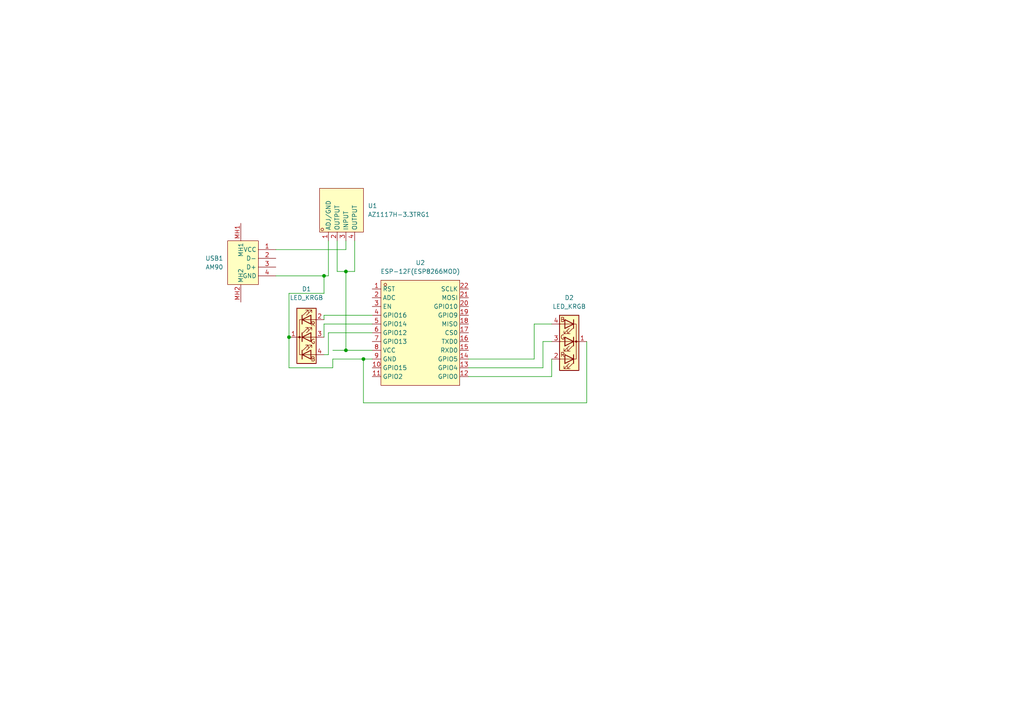
<source format=kicad_sch>
(kicad_sch (version 20231120) (generator "eeschema") (generator_version "8.0")
  (paper "A4")
  (lib_symbols
    (symbol "Device:LED_KRGB" (pin_names (offset 0) hide)
      (property "Reference" "D" (at 0 9.398 0))
      (property "Value" "LED_KRGB" (at 0 -8.89 0))
      (symbol "LED_KRGB_0_0"
        (text "B" (at 1.905 -6.35 0) (effects (font (size 1.27 1.27))))
        (text "G" (at 1.905 -1.27 0) (effects (font (size 1.27 1.27))))
        (text "R" (at 1.905 3.81 0) (effects (font (size 1.27 1.27))))
      )
      (symbol "LED_KRGB_0_1"
        (circle (center -2.032 0) (radius 0.254) (fill (type outline)))
        (polyline (pts (xy -1.27 -5.08) (xy 1.27 -5.08)))
        (polyline (pts (xy -1.27 -3.81) (xy -1.27 -6.35)) (stroke (width 0.254)))
        (polyline (pts (xy -1.27 0) (xy -2.54 0)))
        (polyline (pts (xy -1.27 1.27) (xy -1.27 -1.27)) (stroke (width 0.254)))
        (polyline (pts (xy -1.27 5.08) (xy 1.27 5.08)))
        (polyline (pts (xy -1.27 6.35) (xy -1.27 3.81)) (stroke (width 0.254)))
        (polyline (pts (xy 1.27 -5.08) (xy 2.54 -5.08)))
        (polyline (pts (xy 1.27 0) (xy -1.27 0)))
        (polyline (pts (xy 1.27 0) (xy 2.54 0)))
        (polyline (pts (xy 1.27 5.08) (xy 2.54 5.08)))
        (polyline (pts (xy -1.27 1.27) (xy -1.27 -1.27) (xy -1.27 -1.27)))
        (polyline (pts (xy -1.27 6.35) (xy -1.27 3.81) (xy -1.27 3.81)))
        (polyline (pts (xy -1.27 5.08) (xy -2.032 5.08) (xy -2.032 -5.08) (xy -1.016 -5.08)))
        (polyline (pts (xy 1.27 -3.81) (xy 1.27 -6.35) (xy -1.27 -5.08) (xy 1.27 -3.81)) (stroke (width 0.254)))
        (polyline (pts (xy 1.27 1.27) (xy 1.27 -1.27) (xy -1.27 0) (xy 1.27 1.27)) (stroke (width 0.254)))
        (polyline (pts (xy 1.27 6.35) (xy 1.27 3.81) (xy -1.27 5.08) (xy 1.27 6.35)) (stroke (width 0.254)))
        (polyline (pts (xy -1.016 -3.81) (xy 0.508 -2.286) (xy -0.254 -2.286) (xy 0.508 -2.286) (xy 0.508 -3.048)))
        (polyline (pts (xy -1.016 1.27) (xy 0.508 2.794) (xy -0.254 2.794) (xy 0.508 2.794) (xy 0.508 2.032)))
        (polyline (pts (xy -1.016 6.35) (xy 0.508 7.874) (xy -0.254 7.874) (xy 0.508 7.874) (xy 0.508 7.112)))
        (polyline (pts (xy 0 -3.81) (xy 1.524 -2.286) (xy 0.762 -2.286) (xy 1.524 -2.286) (xy 1.524 -3.048)))
        (polyline (pts (xy 0 1.27) (xy 1.524 2.794) (xy 0.762 2.794) (xy 1.524 2.794) (xy 1.524 2.032)))
        (polyline (pts (xy 0 6.35) (xy 1.524 7.874) (xy 0.762 7.874) (xy 1.524 7.874) (xy 1.524 7.112)))
        (rectangle (start 1.27 -1.27) (end 1.27 1.27))
        (rectangle (start 1.27 1.27) (end 1.27 1.27))
        (rectangle (start 1.27 3.81) (end 1.27 6.35))
        (rectangle (start 1.27 6.35) (end 1.27 6.35))
        (rectangle (start 2.794 8.382) (end -2.794 -7.62) (stroke (width 0.254)) (fill (type background)))
      )
      (symbol "LED_KRGB_1_1"
        (pin passive line (at -5.08 0 0) (length 2.54) (name "K") (number "1"))
        (pin passive line (at 5.08 5.08 180) (length 2.54) (name "RA") (number "2"))
        (pin passive line (at 5.08 0 180) (length 2.54) (name "GA") (number "3"))
        (pin passive line (at 5.08 -5.08 180) (length 2.54) (name "BA") (number "4"))
      )
    )
    (symbol "easyeda2kicad:AM90"
      (property "Reference" "USB" (at 0 17.78 0))
      (property "Value" "AM90" (at 0 -15.24 0))
      (symbol "AM90_0_1"
        (rectangle (start -3.81 7.62) (end 5.08 -5.08) (fill (type background)))
        (pin input line (at 10.16 5.08 180) (length 5.08) (name "VCC") (number "1"))
        (pin input line (at 10.16 2.54 180) (length 5.08) (name "D-") (number "2"))
        (pin input line (at 10.16 0 180) (length 5.08) (name "D+") (number "3"))
        (pin input line (at 10.16 -2.54 180) (length 5.08) (name "GND") (number "4"))
        (pin unspecified line (at 0 12.7 270) (length 5.08) (name "MH1") (number "MH1"))
        (pin unspecified line (at 0 -10.16 90) (length 5.08) (name "MH2") (number "MH2"))
      )
    )
    (symbol "easyeda2kicad:AZ1117H-3.3TRG1"
      (property "Reference" "U" (at 0 8.89 0))
      (property "Value" "AZ1117H-3.3TRG1" (at 0 -8.89 0))
      (symbol "AZ1117H-3.3TRG1_0_1"
        (rectangle (start -5.08 6.35) (end 7.62 -6.35) (fill (type background)))
        (circle (center -4.32 5.59) (radius 0.38))
        (pin unspecified line (at -7.62 3.81 0) (length 2.54) (name "ADJ/GND") (number "1"))
        (pin unspecified line (at -7.62 1.27 0) (length 2.54) (name "OUTPUT") (number "2"))
        (pin unspecified line (at -7.62 -1.27 0) (length 2.54) (name "INPUT") (number "3"))
        (pin unspecified line (at -7.62 -3.81 0) (length 2.54) (name "OUTPUT") (number "4"))
      )
    )
    (symbol "easyeda2kicad:ESP-12F(ESP8266MOD)"
      (property "Reference" "U" (at 0 17.78 0))
      (property "Value" "ESP-12F(ESP8266MOD)" (at 0 -17.78 0))
      (symbol "ESP-12F(ESP8266MOD)_0_1"
        (rectangle (start -11.43 15.24) (end 11.43 -15.24) (fill (type background)))
        (circle (center -10.16 13.97) (radius 0.38))
        (pin unspecified line (at -13.97 12.7 0) (length 2.54) (name "RST") (number "1"))
        (pin unspecified line (at -13.97 -10.16 0) (length 2.54) (name "GPIO15") (number "10"))
        (pin unspecified line (at -13.97 -12.7 0) (length 2.54) (name "GPIO2") (number "11"))
        (pin unspecified line (at 13.97 -12.7 180) (length 2.54) (name "GPIO0") (number "12"))
        (pin unspecified line (at 13.97 -10.16 180) (length 2.54) (name "GPIO4") (number "13"))
        (pin unspecified line (at 13.97 -7.62 180) (length 2.54) (name "GPIO5") (number "14"))
        (pin unspecified line (at 13.97 -5.08 180) (length 2.54) (name "RXD0") (number "15"))
        (pin unspecified line (at 13.97 -2.54 180) (length 2.54) (name "TXD0") (number "16"))
        (pin unspecified line (at 13.97 0 180) (length 2.54) (name "CS0") (number "17"))
        (pin unspecified line (at 13.97 2.54 180) (length 2.54) (name "MISO") (number "18"))
        (pin unspecified line (at 13.97 5.08 180) (length 2.54) (name "GPIO9") (number "19"))
        (pin unspecified line (at -13.97 10.16 0) (length 2.54) (name "ADC") (number "2"))
        (pin unspecified line (at 13.97 7.62 180) (length 2.54) (name "GPIO10") (number "20"))
        (pin unspecified line (at 13.97 10.16 180) (length 2.54) (name "MOSI") (number "21"))
        (pin unspecified line (at 13.97 12.7 180) (length 2.54) (name "SCLK") (number "22"))
        (pin unspecified line (at -13.97 7.62 0) (length 2.54) (name "EN") (number "3"))
        (pin unspecified line (at -13.97 5.08 0) (length 2.54) (name "GPIO16") (number "4"))
        (pin unspecified line (at -13.97 2.54 0) (length 2.54) (name "GPIO14") (number "5"))
        (pin unspecified line (at -13.97 0 0) (length 2.54) (name "GPIO12") (number "6"))
        (pin unspecified line (at -13.97 -2.54 0) (length 2.54) (name "GPIO13") (number "7"))
        (pin unspecified line (at -13.97 -5.08 0) (length 2.54) (name "VCC") (number "8"))
        (pin unspecified line (at -13.97 -7.62 0) (length 2.54) (name "GND") (number "9"))
      )
    )
  )
  (junction (at 83.82 97.79))
  (junction (at 105.41 104.14))
  (junction (at 93.98 80.01))
  (junction (at 100.33 78.74))
  (junction (at 100.33 101.6))
  (wire (pts (xy 93.98 80.01) (xy 93.98 85.09)))
  (wire (pts (xy 160.02 99.06) (xy 157.48 99.06)))
  (wire (pts (xy 157.48 106.68) (xy 135.89 106.68)))
  (wire (pts (xy 135.89 104.14) (xy 154.94 104.14)))
  (wire (pts (xy 105.41 104.14) (xy 105.41 116.84)))
  (wire (pts (xy 93.98 97.79) (xy 93.98 93.98)))
  (wire (pts (xy 100.33 101.6) (xy 100.33 78.74)))
  (wire (pts (xy 95.25 96.52) (xy 95.25 102.87)))
  (wire (pts (xy 97.79 78.74) (xy 100.33 78.74)))
  (wire (pts (xy 102.87 78.74) (xy 102.87 69.85)))
  (wire (pts (xy 80.01 72.39) (xy 100.33 72.39)))
  (wire (pts (xy 135.89 109.22) (xy 160.02 109.22)))
  (wire (pts (xy 107.95 104.14) (xy 105.41 104.14)))
  (wire (pts (xy 96.52 106.68) (xy 83.82 106.68)))
  (wire (pts (xy 100.33 101.6) (xy 107.95 101.6)))
  (wire (pts (xy 80.01 80.01) (xy 93.98 80.01)))
  (wire (pts (xy 93.98 91.44) (xy 93.98 92.71)))
  (wire (pts (xy 157.48 99.06) (xy 157.48 106.68)))
  (wire (pts (xy 93.98 80.01) (xy 95.25 80.01)))
  (wire (pts (xy 93.98 85.09) (xy 83.82 85.09)))
  (wire (pts (xy 154.94 93.98) (xy 160.02 93.98)))
  (wire (pts (xy 100.33 78.74) (xy 102.87 78.74)))
  (wire (pts (xy 105.41 116.84) (xy 170.18 116.84)))
  (wire (pts (xy 95.25 102.87) (xy 93.98 102.87)))
  (wire (pts (xy 95.25 80.01) (xy 95.25 69.85)))
  (wire (pts (xy 96.52 104.14) (xy 96.52 106.68)))
  (wire (pts (xy 96.52 101.6) (xy 100.33 101.6)))
  (wire (pts (xy 97.79 69.85) (xy 97.79 78.74)))
  (wire (pts (xy 154.94 104.14) (xy 154.94 93.98)))
  (wire (pts (xy 83.82 106.68) (xy 83.82 97.79)))
  (wire (pts (xy 160.02 109.22) (xy 160.02 104.14)))
  (wire (pts (xy 170.18 116.84) (xy 170.18 99.06)))
  (wire (pts (xy 105.41 104.14) (xy 96.52 104.14)))
  (wire (pts (xy 83.82 85.09) (xy 83.82 97.79)))
  (wire (pts (xy 93.98 93.98) (xy 107.95 93.98)))
  (wire (pts (xy 107.95 91.44) (xy 93.98 91.44)))
  (wire (pts (xy 100.33 72.39) (xy 100.33 69.85)))
  (wire (pts (xy 107.95 96.52) (xy 95.25 96.52)))
  (symbol (lib_id "Device:LED_KRGB") (at 165.1 99.06 180) (unit 1)
    (property "Reference" "D2" (at 165.1 86.36 0))
    (property "Value" "LED_KRGB" (at 165.1 88.9 0))
    (property "Footprint" "LED_SMD:LED_RGB_1210" (effects (hide yes)))
    (property "Description" "RGB LED, cathode/red/green/blue" (effects (hide yes)))
  )
  (symbol (lib_id "easyeda2kicad:ESP-12F(ESP8266MOD)") (at 121.92 96.52 0) (unit 1)
    (property "Reference" "U2" (at 121.92 76.2 0))
    (property "Value" "ESP-12F(ESP8266MOD)" (at 121.92 78.74 0))
    (property "Footprint" "easyeda2kicad:WIFIM-SMD_ESP-12F-ESP8266MOD" (effects (hide yes)))
    (property "Datasheet" "https://lcsc.com/product-detail/WIFI-Modules_ESP-12F-ESP8266MOD_C82891.html" (effects (hide yes)))
    (property "LCSC Part" "C82891" (effects (hide yes)))
  )
  (symbol (lib_id "Device:LED_KRGB") (at 88.9 97.79 0) (unit 1)
    (property "Reference" "D1" (at 88.9 83.82 0))
    (property "Value" "LED_KRGB" (at 88.9 86.36 0))
    (property "Footprint" "LED_SMD:LED_RGB_1210" (effects (hide yes)))
    (property "Description" "RGB LED, cathode/red/green/blue" (effects (hide yes)))
  )
  (symbol (lib_id "easyeda2kicad:AZ1117H-3.3TRG1") (at 99.06 62.23 90) (unit 1)
    (property "Reference" "U1" (at 106.68 59.6899 90) (effects (justify right)))
    (property "Value" "AZ1117H-3.3TRG1" (at 106.68 62.2299 90) (effects (justify right)))
    (property "Footprint" "easyeda2kicad:SOT-223-3_L6.5-W3.4-P2.30-LS7.0-BR" (effects (hide yes)))
    (property "Datasheet" "https://lcsc.com/product-detail/Low-Dropout-Regulators-LDO_DIODES_AZ1117H-3-3TRG1_AZ1117H-3-3TRG1_C110474.html" (effects (hide yes)))
    (property "LCSC Part" "C110474" (effects (hide yes)))
  )
  (symbol (lib_id "easyeda2kicad:AM90") (at 69.85 77.47 0) (unit 1)
    (property "Reference" "USB1" (at 64.77 74.9299 0) (effects (justify right)))
    (property "Value" "AM90" (at 64.77 77.4699 0) (effects (justify right)))
    (property "Footprint" "easyeda2kicad:USB-AM-TH_AM90" (effects (hide yes)))
    (property "LCSC Part" "C404965" (effects (hide yes)))
  )
)
</source>
